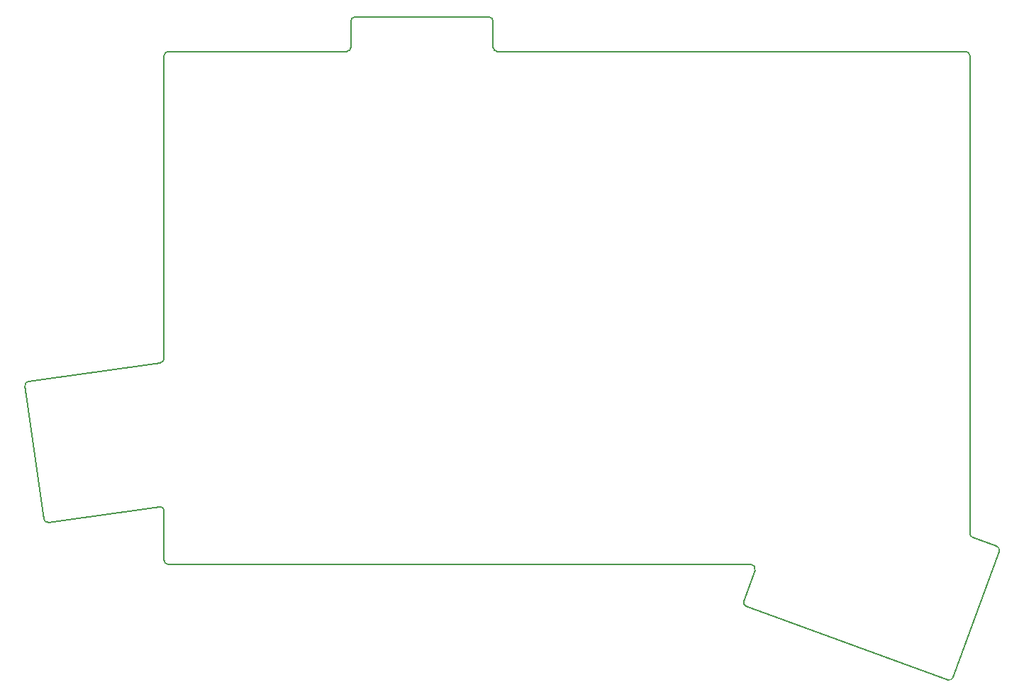
<source format=gbr>
%TF.GenerationSoftware,KiCad,Pcbnew,8.0.5-1.fc40*%
%TF.CreationDate,2024-10-14T16:03:34+11:00*%
%TF.ProjectId,pueo,7075656f-2e6b-4696-9361-645f70636258,0.1*%
%TF.SameCoordinates,Original*%
%TF.FileFunction,Profile,NP*%
%FSLAX46Y46*%
G04 Gerber Fmt 4.6, Leading zero omitted, Abs format (unit mm)*
G04 Created by KiCad (PCBNEW 8.0.5-1.fc40) date 2024-10-14 16:03:34*
%MOMM*%
%LPD*%
G01*
G04 APERTURE LIST*
%TA.AperFunction,Profile*%
%ADD10C,0.150000*%
%TD*%
G04 APERTURE END LIST*
D10*
X185860455Y-153849645D02*
G75*
G02*
X185561640Y-153208796I171045J469845D01*
G01*
X102553573Y-143804494D02*
G75*
G02*
X101988901Y-143378936I-69573J495094D01*
G01*
X212068532Y-87593878D02*
G75*
G02*
X212568522Y-88093880I-32J-500022D01*
G01*
X116868528Y-148843880D02*
X186436241Y-148843879D01*
X215751601Y-146638108D02*
G75*
G02*
X216050377Y-147278942I-171001J-469792D01*
G01*
X102553575Y-143804496D02*
X115798941Y-141942976D01*
X116368528Y-142438115D02*
X116368527Y-148343877D01*
X155156029Y-83468879D02*
G75*
G02*
X155656021Y-83968878I-29J-500021D01*
G01*
X116368530Y-88093878D02*
X116368531Y-124261217D01*
X212897518Y-145599309D02*
G75*
G02*
X212568545Y-145129463I170982J469809D01*
G01*
X115798941Y-141942976D02*
G75*
G02*
X116368486Y-142438115I69559J-495124D01*
G01*
X210578115Y-162314048D02*
G75*
G02*
X209937282Y-162612826I-469815J171048D01*
G01*
X185860455Y-153849646D02*
X209937261Y-162612885D01*
X156156025Y-87593876D02*
G75*
G02*
X155656024Y-87093876I-25J499976D01*
G01*
X155656029Y-87093876D02*
X155656029Y-83968878D01*
X116868528Y-148843880D02*
G75*
G02*
X116368520Y-148343877I-28J499980D01*
G01*
X186906087Y-149514888D02*
X185561620Y-153208789D01*
X210578115Y-162314048D02*
X216050436Y-147278964D01*
X99762084Y-127534657D02*
X101988853Y-143378943D01*
X116368530Y-88093878D02*
G75*
G02*
X116868530Y-87593930I499970J-22D01*
G01*
X215751601Y-146638107D02*
X212897518Y-145599309D01*
X212068532Y-87593878D02*
X156156025Y-87593876D01*
X138656026Y-83968877D02*
X138656029Y-87093879D01*
X100187633Y-126969934D02*
X115938115Y-124756349D01*
X138656029Y-87093879D02*
G75*
G02*
X138156030Y-87593929I-500029J-21D01*
G01*
X155156029Y-83468879D02*
X139156027Y-83468876D01*
X138656026Y-83968877D02*
G75*
G02*
X139156027Y-83468926I499974J-23D01*
G01*
X212568530Y-145129463D02*
X212568531Y-88093880D01*
X116368532Y-124261218D02*
G75*
G02*
X115938117Y-124756362I-500032J18D01*
G01*
X186436242Y-148843879D02*
G75*
G02*
X186906078Y-149514885I-42J-500021D01*
G01*
X99762084Y-127534657D02*
G75*
G02*
X100187640Y-126969984I495116J69557D01*
G01*
X138156030Y-87593877D02*
X116868530Y-87593879D01*
M02*

</source>
